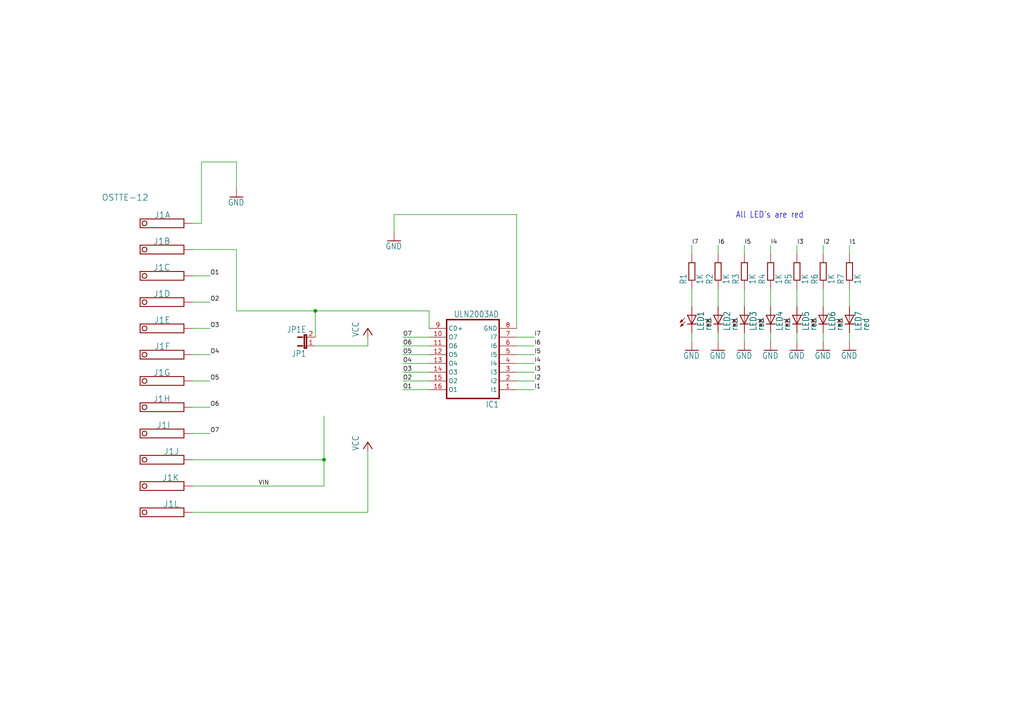
<source format=kicad_sch>
(kicad_sch (version 20230121) (generator eeschema)
  (paper "A4")
  (lib_symbols
    (symbol "paris_relay_rev_C-eagle-import:GND" (power)
      (property "Value" "GND" (at -2.54 -2.54 0))
      (symbol "GND_1_0"
        (polyline (pts (xy -1.905 0) (xy 1.905 0)) (stroke (width 0.254)))
        (pin power_in line (at 0 2.54 270) (length 2.54) (name "GND") (number "1"))
      )
    )
    (symbol "paris_relay_rev_C-eagle-import:JP1E"
      (property "Reference" "JP" (at -1.27 0 90))
      (property "Value" "JP1E" (at 5.715 0 90))
      (symbol "JP1E_1_0"
        (polyline (pts (xy -0.635 0) (xy 3.175 0)) (stroke (width 0.4064)))
        (polyline (pts (xy -0.635 0.635) (xy -0.635 0)) (stroke (width 0.4064)))
        (polyline (pts (xy 0 0) (xy 0 1.27)) (stroke (width 0.1524)))
        (polyline (pts (xy 0 2.54) (xy 0 1.27)) (stroke (width 0.4064)))
        (polyline (pts (xy 2.54 0) (xy 2.54 1.27)) (stroke (width 0.1524)))
        (polyline (pts (xy 2.54 2.54) (xy 2.54 1.27)) (stroke (width 0.4064)))
        (polyline (pts (xy 3.175 0) (xy 3.175 0.635)) (stroke (width 0.4064)))
        (polyline (pts (xy 3.175 0.635) (xy -0.635 0.635)) (stroke (width 0.4064)))
        (pin passive line (at 0 -2.54 90) (length 2.54) (name "1") (number "1"))
        (pin passive line (at 2.54 -2.54 90) (length 2.54) (name "2") (number "2"))
      )
    )
    (symbol "paris_relay_rev_C-eagle-import:LEDCHIP-LED0805"
      (property "Reference" "LED" (at 3.556 -4.572 90))
      (property "Value" "LEDCHIP-LED0805" (at 5.715 -4.572 90))
      (symbol "LEDCHIP-LED0805_1_0"
        (polyline (pts (xy -2.032 -0.762) (xy -3.429 -2.159)) (stroke (width 0.1524)))
        (polyline (pts (xy -1.905 -1.905) (xy -3.302 -3.302)) (stroke (width 0.1524)))
        (polyline (pts (xy 0 -2.54) (xy -1.27 -2.54)) (stroke (width 0.254)))
        (polyline (pts (xy 0 -2.54) (xy -1.27 0)) (stroke (width 0.254)))
        (polyline (pts (xy 0 0) (xy -1.27 0)) (stroke (width 0.254)))
        (polyline (pts (xy 0 0) (xy 0 -2.54)) (stroke (width 0.1524)))
        (polyline (pts (xy 1.27 -2.54) (xy 0 -2.54)) (stroke (width 0.254)))
        (polyline (pts (xy 1.27 0) (xy 0 -2.54)) (stroke (width 0.254)))
        (polyline (pts (xy 1.27 0) (xy 0 0)) (stroke (width 0.254)))
        (polyline (pts (xy -3.429 -2.159) (xy -3.048 -1.27) (xy -2.54 -1.778)) (fill (type outline)))
        (polyline (pts (xy -3.302 -3.302) (xy -2.921 -2.413) (xy -2.413 -2.921)) (fill (type outline)))
        (pin passive line (at 0 2.54 270) (length 2.54) (name "A") (number "A"))
        (pin passive line (at 0 -5.08 90) (length 2.54) (name "C") (number "C"))
      )
    )
    (symbol "paris_relay_rev_C-eagle-import:OSTTE-12"
      (property "Value" "OSTTE-12" (at -5.08 1.651 0))
      (symbol "OSTTE-12_1_0"
        (polyline (pts (xy -5.08 -1.27) (xy -5.08 1.27)) (stroke (width 0.254)))
        (polyline (pts (xy -5.08 1.27) (xy 7.62 1.27)) (stroke (width 0.254)))
        (polyline (pts (xy 7.62 -1.27) (xy -5.08 -1.27)) (stroke (width 0.254)))
        (polyline (pts (xy 7.62 -1.27) (xy 7.62 1.27)) (stroke (width 0.254)))
        (circle (center 6.35 0) (radius 0.6839) (stroke (width 0.254)))
        (pin passive line (at -7.62 0 0) (length 2.54) (name "K") (number "1"))
      )
      (symbol "OSTTE-12_2_0"
        (polyline (pts (xy -5.08 -1.27) (xy -5.08 1.27)) (stroke (width 0.254)))
        (polyline (pts (xy -5.08 1.27) (xy 7.62 1.27)) (stroke (width 0.254)))
        (polyline (pts (xy 7.62 -1.27) (xy -5.08 -1.27)) (stroke (width 0.254)))
        (polyline (pts (xy 7.62 -1.27) (xy 7.62 1.27)) (stroke (width 0.254)))
        (circle (center 6.35 0) (radius 0.6839) (stroke (width 0.254)))
        (pin passive line (at -7.62 0 0) (length 2.54) (name "K") (number "2"))
      )
      (symbol "OSTTE-12_3_0"
        (polyline (pts (xy -5.08 -1.27) (xy -5.08 1.27)) (stroke (width 0.254)))
        (polyline (pts (xy -5.08 1.27) (xy 7.62 1.27)) (stroke (width 0.254)))
        (polyline (pts (xy 7.62 -1.27) (xy -5.08 -1.27)) (stroke (width 0.254)))
        (polyline (pts (xy 7.62 -1.27) (xy 7.62 1.27)) (stroke (width 0.254)))
        (circle (center 6.35 0) (radius 0.6839) (stroke (width 0.254)))
        (pin passive line (at -7.62 0 0) (length 2.54) (name "K") (number "3"))
      )
      (symbol "OSTTE-12_4_0"
        (polyline (pts (xy -5.08 -1.27) (xy -5.08 1.27)) (stroke (width 0.254)))
        (polyline (pts (xy -5.08 1.27) (xy 7.62 1.27)) (stroke (width 0.254)))
        (polyline (pts (xy 7.62 -1.27) (xy -5.08 -1.27)) (stroke (width 0.254)))
        (polyline (pts (xy 7.62 -1.27) (xy 7.62 1.27)) (stroke (width 0.254)))
        (circle (center 6.35 0) (radius 0.6839) (stroke (width 0.254)))
        (pin passive line (at -7.62 0 0) (length 2.54) (name "K") (number "4"))
      )
      (symbol "OSTTE-12_5_0"
        (polyline (pts (xy -5.08 -1.27) (xy -5.08 1.27)) (stroke (width 0.254)))
        (polyline (pts (xy -5.08 1.27) (xy 7.62 1.27)) (stroke (width 0.254)))
        (polyline (pts (xy 7.62 -1.27) (xy -5.08 -1.27)) (stroke (width 0.254)))
        (polyline (pts (xy 7.62 -1.27) (xy 7.62 1.27)) (stroke (width 0.254)))
        (circle (center 6.35 0) (radius 0.6839) (stroke (width 0.254)))
        (pin passive line (at -7.62 0 0) (length 2.54) (name "K") (number "5"))
      )
      (symbol "OSTTE-12_6_0"
        (polyline (pts (xy -5.08 -1.27) (xy -5.08 1.27)) (stroke (width 0.254)))
        (polyline (pts (xy -5.08 1.27) (xy 7.62 1.27)) (stroke (width 0.254)))
        (polyline (pts (xy 7.62 -1.27) (xy -5.08 -1.27)) (stroke (width 0.254)))
        (polyline (pts (xy 7.62 -1.27) (xy 7.62 1.27)) (stroke (width 0.254)))
        (circle (center 6.35 0) (radius 0.6839) (stroke (width 0.254)))
        (pin passive line (at -7.62 0 0) (length 2.54) (name "K") (number "6"))
      )
      (symbol "OSTTE-12_7_0"
        (polyline (pts (xy -5.08 -1.27) (xy -5.08 1.27)) (stroke (width 0.254)))
        (polyline (pts (xy -5.08 1.27) (xy 7.62 1.27)) (stroke (width 0.254)))
        (polyline (pts (xy 7.62 -1.27) (xy -5.08 -1.27)) (stroke (width 0.254)))
        (polyline (pts (xy 7.62 -1.27) (xy 7.62 1.27)) (stroke (width 0.254)))
        (circle (center 6.35 0) (radius 0.6839) (stroke (width 0.254)))
        (pin passive line (at -7.62 0 0) (length 2.54) (name "K") (number "7"))
      )
      (symbol "OSTTE-12_8_0"
        (polyline (pts (xy -5.08 -1.27) (xy -5.08 1.27)) (stroke (width 0.254)))
        (polyline (pts (xy -5.08 1.27) (xy 7.62 1.27)) (stroke (width 0.254)))
        (polyline (pts (xy 7.62 -1.27) (xy -5.08 -1.27)) (stroke (width 0.254)))
        (polyline (pts (xy 7.62 -1.27) (xy 7.62 1.27)) (stroke (width 0.254)))
        (circle (center 6.35 0) (radius 0.6839) (stroke (width 0.254)))
        (pin passive line (at -7.62 0 0) (length 2.54) (name "K") (number "8"))
      )
      (symbol "OSTTE-12_9_0"
        (polyline (pts (xy -5.08 -1.27) (xy -5.08 1.27)) (stroke (width 0.254)))
        (polyline (pts (xy -5.08 1.27) (xy 7.62 1.27)) (stroke (width 0.254)))
        (polyline (pts (xy 7.62 -1.27) (xy -5.08 -1.27)) (stroke (width 0.254)))
        (polyline (pts (xy 7.62 -1.27) (xy 7.62 1.27)) (stroke (width 0.254)))
        (circle (center 6.35 0) (radius 0.6839) (stroke (width 0.254)))
        (pin passive line (at -7.62 0 0) (length 2.54) (name "K") (number "9"))
      )
      (symbol "OSTTE-12_10_0"
        (polyline (pts (xy -5.08 -1.27) (xy -5.08 1.27)) (stroke (width 0.254)))
        (polyline (pts (xy -5.08 1.27) (xy 7.62 1.27)) (stroke (width 0.254)))
        (polyline (pts (xy 7.62 -1.27) (xy -5.08 -1.27)) (stroke (width 0.254)))
        (polyline (pts (xy 7.62 -1.27) (xy 7.62 1.27)) (stroke (width 0.254)))
        (circle (center 6.35 0) (radius 0.6839) (stroke (width 0.254)))
        (pin passive line (at -7.62 0 0) (length 2.54) (name "K") (number "10"))
      )
      (symbol "OSTTE-12_11_0"
        (polyline (pts (xy -5.08 -1.27) (xy -5.08 1.27)) (stroke (width 0.254)))
        (polyline (pts (xy -5.08 1.27) (xy 7.62 1.27)) (stroke (width 0.254)))
        (polyline (pts (xy 7.62 -1.27) (xy -5.08 -1.27)) (stroke (width 0.254)))
        (polyline (pts (xy 7.62 -1.27) (xy 7.62 1.27)) (stroke (width 0.254)))
        (circle (center 6.35 0) (radius 0.6839) (stroke (width 0.254)))
        (pin passive line (at -7.62 0 0) (length 2.54) (name "K") (number "11"))
      )
      (symbol "OSTTE-12_12_0"
        (polyline (pts (xy -5.08 -1.27) (xy -5.08 1.27)) (stroke (width 0.254)))
        (polyline (pts (xy -5.08 1.27) (xy 7.62 1.27)) (stroke (width 0.254)))
        (polyline (pts (xy 7.62 -1.27) (xy -5.08 -1.27)) (stroke (width 0.254)))
        (polyline (pts (xy 7.62 -1.27) (xy 7.62 1.27)) (stroke (width 0.254)))
        (circle (center 6.35 0) (radius 0.6839) (stroke (width 0.254)))
        (pin passive line (at -7.62 0 0) (length 2.54) (name "K") (number "12"))
      )
    )
    (symbol "paris_relay_rev_C-eagle-import:R-EU_R0805"
      (property "Reference" "R" (at -3.81 1.4986 0))
      (property "Value" "R-EU_R0805" (at -3.81 -3.302 0))
      (symbol "R-EU_R0805_1_0"
        (polyline (pts (xy -2.54 -0.889) (xy -2.54 0.889)) (stroke (width 0.254)))
        (polyline (pts (xy -2.54 -0.889) (xy 2.54 -0.889)) (stroke (width 0.254)))
        (polyline (pts (xy 2.54 -0.889) (xy 2.54 0.889)) (stroke (width 0.254)))
        (polyline (pts (xy 2.54 0.889) (xy -2.54 0.889)) (stroke (width 0.254)))
        (pin passive line (at -5.08 0 0) (length 2.54) (name "1") (number "1"))
        (pin passive line (at 5.08 0 180) (length 2.54) (name "2") (number "2"))
      )
    )
    (symbol "paris_relay_rev_C-eagle-import:ULN2003AD"
      (property "Reference" "IC" (at -7.62 10.922 0))
      (property "Value" "ULN2003AD" (at -7.62 -15.24 0))
      (symbol "ULN2003AD_1_0"
        (polyline (pts (xy -7.62 10.16) (xy -7.62 -12.7)) (stroke (width 0.4064)))
        (polyline (pts (xy -7.62 10.16) (xy 7.62 10.16)) (stroke (width 0.4064)))
        (polyline (pts (xy 7.62 -12.7) (xy -7.62 -12.7)) (stroke (width 0.4064)))
        (polyline (pts (xy 7.62 -12.7) (xy 7.62 10.16)) (stroke (width 0.4064)))
        (pin input line (at -12.7 7.62 0) (length 5.08) (name "I1") (number "1"))
        (pin open_collector line (at 12.7 -7.62 180) (length 5.08) (name "O7") (number "10"))
        (pin open_collector line (at 12.7 -5.08 180) (length 5.08) (name "O6") (number "11"))
        (pin open_collector line (at 12.7 -2.54 180) (length 5.08) (name "O5") (number "12"))
        (pin open_collector line (at 12.7 0 180) (length 5.08) (name "O4") (number "13"))
        (pin open_collector line (at 12.7 2.54 180) (length 5.08) (name "O3") (number "14"))
        (pin open_collector line (at 12.7 5.08 180) (length 5.08) (name "O2") (number "15"))
        (pin open_collector line (at 12.7 7.62 180) (length 5.08) (name "O1") (number "16"))
        (pin input line (at -12.7 5.08 0) (length 5.08) (name "I2") (number "2"))
        (pin input line (at -12.7 2.54 0) (length 5.08) (name "I3") (number "3"))
        (pin input line (at -12.7 0 0) (length 5.08) (name "I4") (number "4"))
        (pin input line (at -12.7 -2.54 0) (length 5.08) (name "I5") (number "5"))
        (pin input line (at -12.7 -5.08 0) (length 5.08) (name "I6") (number "6"))
        (pin input line (at -12.7 -7.62 0) (length 5.08) (name "I7") (number "7"))
        (pin power_in line (at -12.7 -10.16 0) (length 5.08) (name "GND") (number "8"))
        (pin passive line (at 12.7 -10.16 180) (length 5.08) (name "CD+") (number "9"))
      )
    )
    (symbol "paris_relay_rev_C-eagle-import:VCC" (power)
      (property "Value" "VCC" (at -2.54 -2.54 90))
      (symbol "VCC_1_0"
        (polyline (pts (xy 0 0) (xy -1.27 -1.905)) (stroke (width 0.254)))
        (polyline (pts (xy 1.27 -1.905) (xy 0 0)) (stroke (width 0.254)))
        (pin power_in line (at 0 -2.54 90) (length 2.54) (name "VCC") (number "1"))
      )
    )
  )
  (junction (at 93.98 133.35))
  (junction (at 91.44 90.17))
  (wire (pts (xy 55.88 133.35) (xy 93.98 133.35)))
  (wire (pts (xy 114.3 62.23) (xy 114.3 67.31)))
  (wire (pts (xy 200.66 88.9) (xy 200.66 83.82)))
  (wire (pts (xy 124.46 100.33) (xy 116.84 100.33)))
  (wire (pts (xy 124.46 95.25) (xy 124.46 90.17)))
  (wire (pts (xy 91.44 97.79) (xy 91.44 90.17)))
  (wire (pts (xy 124.46 97.79) (xy 116.84 97.79)))
  (wire (pts (xy 215.9 73.66) (xy 215.9 71.12)))
  (wire (pts (xy 223.52 73.66) (xy 223.52 71.12)))
  (wire (pts (xy 124.46 107.95) (xy 116.84 107.95)))
  (wire (pts (xy 91.44 90.17) (xy 68.58 90.17)))
  (wire (pts (xy 238.76 88.9) (xy 238.76 83.82)))
  (wire (pts (xy 208.28 88.9) (xy 208.28 83.82)))
  (wire (pts (xy 55.88 118.11) (xy 60.96 118.11)))
  (wire (pts (xy 55.88 148.59) (xy 106.68 148.59)))
  (wire (pts (xy 55.88 140.97) (xy 93.98 140.97)))
  (wire (pts (xy 200.66 96.52) (xy 200.66 99.06)))
  (wire (pts (xy 124.46 90.17) (xy 91.44 90.17)))
  (wire (pts (xy 55.88 95.25) (xy 60.96 95.25)))
  (wire (pts (xy 68.58 90.17) (xy 68.58 72.39)))
  (wire (pts (xy 149.86 95.25) (xy 149.86 62.23)))
  (wire (pts (xy 215.9 96.52) (xy 215.9 99.06)))
  (wire (pts (xy 208.28 96.52) (xy 208.28 99.06)))
  (wire (pts (xy 149.86 102.87) (xy 154.94 102.87)))
  (wire (pts (xy 231.14 88.9) (xy 231.14 83.82)))
  (wire (pts (xy 93.98 133.35) (xy 93.98 120.65)))
  (wire (pts (xy 231.14 96.52) (xy 231.14 99.06)))
  (wire (pts (xy 55.88 125.73) (xy 60.96 125.73)))
  (wire (pts (xy 246.38 96.52) (xy 246.38 99.06)))
  (wire (pts (xy 208.28 73.66) (xy 208.28 71.12)))
  (wire (pts (xy 246.38 73.66) (xy 246.38 71.12)))
  (wire (pts (xy 223.52 96.52) (xy 223.52 99.06)))
  (wire (pts (xy 149.86 113.03) (xy 154.94 113.03)))
  (wire (pts (xy 55.88 80.01) (xy 60.96 80.01)))
  (wire (pts (xy 231.14 73.66) (xy 231.14 71.12)))
  (wire (pts (xy 55.88 87.63) (xy 60.96 87.63)))
  (wire (pts (xy 124.46 110.49) (xy 116.84 110.49)))
  (wire (pts (xy 124.46 113.03) (xy 116.84 113.03)))
  (wire (pts (xy 58.42 46.99) (xy 68.58 46.99)))
  (wire (pts (xy 149.86 97.79) (xy 154.94 97.79)))
  (wire (pts (xy 149.86 62.23) (xy 114.3 62.23)))
  (wire (pts (xy 223.52 88.9) (xy 223.52 83.82)))
  (wire (pts (xy 149.86 100.33) (xy 154.94 100.33)))
  (wire (pts (xy 246.38 88.9) (xy 246.38 83.82)))
  (wire (pts (xy 55.88 110.49) (xy 60.96 110.49)))
  (wire (pts (xy 149.86 105.41) (xy 154.94 105.41)))
  (wire (pts (xy 93.98 140.97) (xy 93.98 133.35)))
  (wire (pts (xy 200.66 73.66) (xy 200.66 71.12)))
  (wire (pts (xy 124.46 105.41) (xy 116.84 105.41)))
  (wire (pts (xy 149.86 107.95) (xy 154.94 107.95)))
  (wire (pts (xy 124.46 102.87) (xy 116.84 102.87)))
  (wire (pts (xy 106.68 100.33) (xy 106.68 97.79)))
  (wire (pts (xy 58.42 64.77) (xy 58.42 46.99)))
  (wire (pts (xy 238.76 96.52) (xy 238.76 99.06)))
  (wire (pts (xy 215.9 88.9) (xy 215.9 83.82)))
  (wire (pts (xy 106.68 148.59) (xy 106.68 130.81)))
  (wire (pts (xy 55.88 102.87) (xy 60.96 102.87)))
  (wire (pts (xy 55.88 64.77) (xy 58.42 64.77)))
  (wire (pts (xy 238.76 73.66) (xy 238.76 71.12)))
  (wire (pts (xy 55.88 72.39) (xy 68.58 72.39)))
  (wire (pts (xy 91.44 100.33) (xy 106.68 100.33)))
  (wire (pts (xy 68.58 46.99) (xy 68.58 54.61)))
  (wire (pts (xy 149.86 110.49) (xy 154.94 110.49)))
  (text "All LED's are red" (at 213.36 63.5 0) (effects (font (size 1.778 1.5113)) (justify left bottom)))
  (label "I7" (at 200.66 71.12 0) (effects (font (size 1.2446 1.2446))))
  (label "I6" (at 154.94 100.33 0) (effects (font (size 1.2446 1.2446))))
  (label "O6" (at 60.96 118.11 0) (effects (font (size 1.2446 1.2446))))
  (label "O2" (at 60.96 87.63 0) (effects (font (size 1.2446 1.2446))))
  (label "O5" (at 116.84 102.87 0) (effects (font (size 1.2446 1.2446))))
  (label "I3" (at 154.94 107.95 0) (effects (font (size 1.2446 1.2446))))
  (label "O5" (at 60.96 110.49 0) (effects (font (size 1.2446 1.2446))))
  (label "O2" (at 116.84 110.49 0) (effects (font (size 1.2446 1.2446))))
  (label "I4" (at 154.94 105.41 0) (effects (font (size 1.2446 1.2446))))
  (label "I2" (at 154.94 110.49 0) (effects (font (size 1.2446 1.2446))))
  (label "VIN" (at 74.93 140.97 0) (effects (font (size 1.2446 1.2446))))
  (label "O7" (at 116.84 97.79 0) (effects (font (size 1.2446 1.2446))))
  (label "O1" (at 116.84 113.03 0) (effects (font (size 1.2446 1.2446))))
  (label "I1" (at 154.94 113.03 0) (effects (font (size 1.2446 1.2446))))
  (label "O6" (at 116.84 100.33 0) (effects (font (size 1.2446 1.2446))))
  (label "O4" (at 116.84 105.41 0) (effects (font (size 1.2446 1.2446))))
  (label "O7" (at 60.96 125.73 0) (effects (font (size 1.2446 1.2446))))
  (label "I5" (at 215.9 71.12 0) (effects (font (size 1.2446 1.2446))))
  (label "I1" (at 246.38 71.12 0) (effects (font (size 1.2446 1.2446))))
  (label "I2" (at 238.76 71.12 0) (effects (font (size 1.2446 1.2446))))
  (label "I5" (at 154.94 102.87 0) (effects (font (size 1.2446 1.2446))))
  (label "I3" (at 231.14 71.12 0) (effects (font (size 1.2446 1.2446))))
  (label "O3" (at 60.96 95.25 0) (effects (font (size 1.2446 1.2446))))
  (label "I6" (at 208.28 71.12 0) (effects (font (size 1.2446 1.2446))))
  (label "O4" (at 60.96 102.87 0) (effects (font (size 1.2446 1.2446))))
  (label "O1" (at 60.96 80.01 0) (effects (font (size 1.2446 1.2446))))
  (label "I7" (at 154.94 97.79 0) (effects (font (size 1.2446 1.2446))))
  (label "I4" (at 223.52 71.12 0) (effects (font (size 1.2446 1.2446))))
  (label "O3" (at 116.84 107.95 0) (effects (font (size 1.2446 1.2446))))
  (symbol (lib_id "paris_relay_rev_C-eagle-import:R-EU_R0805") (at 223.52 78.74 90) (unit 1)
    (property "Reference" "R4" (at 222.0214 82.55 0) (effects (font (size 1.778 1.5113)) (justify left bottom)))
    (property "Value" "1K" (at 226.822 82.55 0) (effects (font (size 1.778 1.5113)) (justify left bottom)))
    (property "Footprint" "paris_relay_rev_C:R0805" (effects hide))
    (instances (project "paris" (path "" (reference "R4") (unit 1)) (path "" (reference "R4") (unit 1))) (project "paris_relay_rev_C" (path "" (reference "R7") (unit 1))))
  )
  (symbol (lib_id "paris_relay_rev_C-eagle-import:ULN2003AD") (at 137.16 105.41 180) (unit 1)
    (property "Reference" "IC1" (at 144.78 116.332 0) (effects (font (size 1.778 1.5113)) (justify left bottom)))
    (property "Value" "ULN2003AD" (at 144.78 90.17 0) (effects (font (size 1.778 1.5113)) (justify left bottom)))
    (property "Footprint" "Package_SO:SO-16_5.3x10.2mm_P1.27mm" (effects hide))
    (instances (project "paris" (path "" (reference "IC1") (unit 1)) (path "" (reference "IC1") (unit 1))) (project "paris_relay_rev_C" (path "" (reference "IC2") (unit 1))))
  )
  (symbol (lib_id "paris_relay_rev_C-eagle-import:GND") (at 208.28 101.6 0) (unit 1)
    (property "Reference" "#GND04" (effects hide))
    (property "Value" "GND" (at 205.74 104.14 0) (effects (font (size 1.778 1.5113)) (justify left bottom)))
    (property "Footprint" "paris_relay_rev_C:" (effects hide))
    (instances (project "paris" (path "" (reference "#GND04") (unit 1)) (path "" (reference "#GND04") (unit 1))) (project "paris_relay_rev_C" (path "" (reference "#GND24") (unit 1))))
  )
  (symbol (lib_id "paris_relay_rev_C-eagle-import:OSTTE-12") (at 48.26 87.63 180) (unit 4)
    (property "Reference" "J1" (at 49.53 84.201 0) (effects (font (size 1.778 1.778)) (justify left bottom)))
    (property "Value" "OSTTE-12" (effects hide))
    (property "Footprint" "paris_relay_rev_C:PINHEAD-12" (effects hide))
  )
  (symbol (lib_id "paris_relay_rev_C-eagle-import:LEDCHIP-LED0805") (at 208.28 91.44 0) (unit 1)
    (property "Reference" "LED2" (at 211.836 96.012 90) (effects (font (size 1.778 1.5113)) (justify left bottom)))
    (property "Value" "red" (at 213.995 96.012 90) (effects (font (size 1.778 1.5113)) (justify left bottom)))
    (property "Footprint" "paris_relay_rev_C:CHIP-LED0805" (effects hide))
    (instances (project "paris" (path "" (reference "LED2") (unit 1)) (path "" (reference "LED2") (unit 1))) (project "paris_relay_rev_C" (path "" (reference "LED7") (unit 1))))
  )
  (symbol (lib_id "paris_relay_rev_C-eagle-import:R-EU_R0805") (at 238.76 78.74 90) (unit 1)
    (property "Reference" "R6" (at 237.2614 82.55 0) (effects (font (size 1.778 1.5113)) (justify left bottom)))
    (property "Value" "1K" (at 242.062 82.55 0) (effects (font (size 1.778 1.5113)) (justify left bottom)))
    (property "Footprint" "paris_relay_rev_C:R0805" (effects hide))
    (instances (project "paris" (path "" (reference "R6") (unit 1)) (path "" (reference "R6") (unit 1))) (project "paris_relay_rev_C" (path "" (reference "R5") (unit 1))))
  )
  (symbol (lib_id "paris_relay_rev_C-eagle-import:OSTTE-12") (at 48.26 140.97 180) (unit 11)
    (property "Reference" "J1" (at 52.07 137.541 0) (effects (font (size 1.778 1.778)) (justify left bottom)))
    (property "Value" "OSTTE-12" (effects hide))
    (property "Footprint" "paris_relay_rev_C:PINHEAD-12" (effects hide))
  )
  (symbol (lib_id "paris_relay_rev_C-eagle-import:R-EU_R0805") (at 246.38 78.74 90) (unit 1)
    (property "Reference" "R7" (at 244.8814 82.55 0) (effects (font (size 1.778 1.5113)) (justify left bottom)))
    (property "Value" "1K" (at 249.682 82.55 0) (effects (font (size 1.778 1.5113)) (justify left bottom)))
    (property "Footprint" "paris_relay_rev_C:R0805" (effects hide))
    (instances (project "paris" (path "" (reference "R7") (unit 1)) (path "" (reference "R7") (unit 1))) (project "paris_relay_rev_C" (path "" (reference "R1") (unit 1))))
  )
  (symbol (lib_id "paris_relay_rev_C-eagle-import:OSTTE-12") (at 48.26 133.35 180) (unit 10)
    (property "Reference" "J1" (at 52.07 129.921 0) (effects (font (size 1.778 1.778)) (justify left bottom)))
    (property "Value" "OSTTE-12" (effects hide))
    (property "Footprint" "paris_relay_rev_C:PINHEAD-12" (effects hide))
  )
  (symbol (lib_id "paris_relay_rev_C-eagle-import:GND") (at 231.14 101.6 0) (unit 1)
    (property "Reference" "#GND07" (effects hide))
    (property "Value" "GND" (at 228.6 104.14 0) (effects (font (size 1.778 1.5113)) (justify left bottom)))
    (property "Footprint" "paris_relay_rev_C:" (effects hide))
    (instances (project "paris" (path "" (reference "#GND07") (unit 1)) (path "" (reference "#GND07") (unit 1))) (project "paris_relay_rev_C" (path "" (reference "#GND21") (unit 1))))
  )
  (symbol (lib_id "paris_relay_rev_C-eagle-import:OSTTE-12") (at 48.26 110.49 180) (unit 7)
    (property "Reference" "J1" (at 49.53 107.061 0) (effects (font (size 1.778 1.778)) (justify left bottom)))
    (property "Value" "OSTTE-12" (effects hide))
    (property "Footprint" "paris_relay_rev_C:PINHEAD-12" (effects hide))
  )
  (symbol (lib_id "paris_relay_rev_C-eagle-import:R-EU_R0805") (at 200.66 78.74 90) (unit 1)
    (property "Reference" "R1" (at 199.1614 82.55 0) (effects (font (size 1.778 1.5113)) (justify left bottom)))
    (property "Value" "1K" (at 203.962 82.55 0) (effects (font (size 1.778 1.5113)) (justify left bottom)))
    (property "Footprint" "paris_relay_rev_C:R0805" (effects hide))
    (instances (project "paris" (path "" (reference "R1") (unit 1)) (path "" (reference "R1") (unit 1))) (project "paris_relay_rev_C" (path "" (reference "R10") (unit 1))))
  )
  (symbol (lib_id "paris_relay_rev_C-eagle-import:GND") (at 114.3 69.85 0) (unit 1)
    (property "Reference" "#GND02" (effects hide))
    (property "Value" "GND" (at 111.76 72.39 0) (effects (font (size 1.778 1.5113)) (justify left bottom)))
    (property "Footprint" "paris_relay_rev_C:" (effects hide))
    (instances (project "paris" (path "" (reference "#GND02") (unit 1)) (path "" (reference "#GND02") (unit 1))) (project "paris_relay_rev_C" (path "" (reference "#GND18") (unit 1))))
  )
  (symbol (lib_id "paris_relay_rev_C-eagle-import:LEDCHIP-LED0805") (at 200.66 91.44 0) (unit 1)
    (property "Reference" "LED1" (at 204.216 96.012 90) (effects (font (size 1.778 1.5113)) (justify left bottom)))
    (property "Value" "red" (at 206.375 96.012 90) (effects (font (size 1.778 1.5113)) (justify left bottom)))
    (property "Footprint" "paris_relay_rev_C:CHIP-LED0805" (effects hide))
    (instances (project "paris" (path "" (reference "LED1") (unit 1)) (path "" (reference "LED1") (unit 1))) (project "paris_relay_rev_C" (path "" (reference "LED8") (unit 1))))
  )
  (symbol (lib_id "paris_relay_rev_C-eagle-import:LEDCHIP-LED0805") (at 215.9 91.44 0) (unit 1)
    (property "Reference" "LED3" (at 219.456 96.012 90) (effects (font (size 1.778 1.5113)) (justify left bottom)))
    (property "Value" "red" (at 221.615 96.012 90) (effects (font (size 1.778 1.5113)) (justify left bottom)))
    (property "Footprint" "paris_relay_rev_C:CHIP-LED0805" (effects hide))
    (instances (project "paris" (path "" (reference "LED3") (unit 1)) (path "" (reference "LED3") (unit 1))) (project "paris_relay_rev_C" (path "" (reference "LED6") (unit 1))))
  )
  (symbol (lib_id "paris_relay_rev_C-eagle-import:GND") (at 200.66 101.6 0) (unit 1)
    (property "Reference" "#GND03" (effects hide))
    (property "Value" "GND" (at 198.12 104.14 0) (effects (font (size 1.778 1.5113)) (justify left bottom)))
    (property "Footprint" "paris_relay_rev_C:" (effects hide))
    (instances (project "paris" (path "" (reference "#GND03") (unit 1)) (path "" (reference "#GND03") (unit 1))) (project "paris_relay_rev_C" (path "" (reference "#GND25") (unit 1))))
  )
  (symbol (lib_id "paris_relay_rev_C-eagle-import:OSTTE-12") (at 48.26 148.59 180) (unit 12)
    (property "Reference" "J1" (at 52.07 145.161 0) (effects (font (size 1.778 1.778)) (justify left bottom)))
    (property "Value" "OSTTE-12" (effects hide))
    (property "Footprint" "paris_relay_rev_C:PINHEAD-12" (effects hide))
  )
  (symbol (lib_id "paris_relay_rev_C-eagle-import:OSTTE-12") (at 48.26 102.87 180) (unit 6)
    (property "Reference" "J1" (at 49.53 99.441 0) (effects (font (size 1.778 1.778)) (justify left bottom)))
    (property "Value" "OSTTE-12" (effects hide))
    (property "Footprint" "paris_relay_rev_C:PINHEAD-12" (effects hide))
  )
  (symbol (lib_id "paris_relay_rev_C-eagle-import:LEDCHIP-LED0805") (at 246.38 91.44 0) (unit 1)
    (property "Reference" "LED7" (at 249.936 96.012 90) (effects (font (size 1.778 1.5113)) (justify left bottom)))
    (property "Value" "red" (at 252.095 96.012 90) (effects (font (size 1.778 1.5113)) (justify left bottom)))
    (property "Footprint" "paris_relay_rev_C:CHIP-LED0805" (effects hide))
    (instances (project "paris" (path "" (reference "LED7") (unit 1)) (path "" (reference "LED7") (unit 1))) (project "paris_relay_rev_C" (path "" (reference "LED2") (unit 1))))
  )
  (symbol (lib_id "paris_relay_rev_C-eagle-import:GND") (at 215.9 101.6 0) (unit 1)
    (property "Reference" "#GND05" (effects hide))
    (property "Value" "GND" (at 213.36 104.14 0) (effects (font (size 1.778 1.5113)) (justify left bottom)))
    (property "Footprint" "paris_relay_rev_C:" (effects hide))
    (instances (project "paris" (path "" (reference "#GND05") (unit 1)) (path "" (reference "#GND05") (unit 1))) (project "paris_relay_rev_C" (path "" (reference "#GND23") (unit 1))))
  )
  (symbol (lib_id "paris_relay_rev_C-eagle-import:OSTTE-12") (at 48.26 80.01 180) (unit 3)
    (property "Reference" "J1" (at 49.53 76.581 0) (effects (font (size 1.778 1.778)) (justify left bottom)))
    (property "Value" "OSTTE-12" (effects hide))
    (property "Footprint" "paris_relay_rev_C:PINHEAD-12" (effects hide))
  )
  (symbol (lib_id "paris_relay_rev_C-eagle-import:GND") (at 68.58 57.15 0) (unit 1)
    (property "Reference" "#GND01" (effects hide))
    (property "Value" "GND" (at 66.04 59.69 0) (effects (font (size 1.778 1.5113)) (justify left bottom)))
    (property "Footprint" "paris_relay_rev_C:" (effects hide))
    (instances (project "paris" (path "" (reference "#GND01") (unit 1)) (path "" (reference "#GND01") (unit 1))) (project "paris_relay_rev_C" (path "" (reference "#GND17") (unit 1))))
  )
  (symbol (lib_id "paris_relay_rev_C-eagle-import:LEDCHIP-LED0805") (at 238.76 91.44 0) (unit 1)
    (property "Reference" "LED6" (at 242.316 96.012 90) (effects (font (size 1.778 1.5113)) (justify left bottom)))
    (property "Value" "red" (at 244.475 96.012 90) (effects (font (size 1.778 1.5113)) (justify left bottom)))
    (property "Footprint" "paris_relay_rev_C:CHIP-LED0805" (effects hide))
    (instances (project "paris" (path "" (reference "LED6") (unit 1)) (path "" (reference "LED6") (unit 1))) (project "paris_relay_rev_C" (path "" (reference "LED3") (unit 1))))
  )
  (symbol (lib_id "paris_relay_rev_C-eagle-import:VCC") (at 106.68 128.27 0) (unit 1)
    (property "Reference" "#P+02" (effects hide))
    (property "Value" "VCC" (at 104.14 130.81 90) (effects (font (size 1.778 1.5113)) (justify left bottom)))
    (property "Footprint" "paris_relay_rev_C:" (effects hide))
    (instances (project "paris" (path "" (reference "#P+02") (unit 1)) (path "" (reference "#P+02") (unit 1))) (project "paris_relay_rev_C" (path "" (reference "#P+5") (unit 1))))
  )
  (symbol (lib_id "paris_relay_rev_C-eagle-import:OSTTE-12") (at 48.26 95.25 180) (unit 5)
    (property "Reference" "J1" (at 49.53 91.821 0) (effects (font (size 1.778 1.778)) (justify left bottom)))
    (property "Value" "OSTTE-12" (effects hide))
    (property "Footprint" "paris_relay_rev_C:PINHEAD-12" (effects hide))
  )
  (symbol (lib_id "paris_relay_rev_C-eagle-import:OSTTE-12") (at 48.26 118.11 180) (unit 8)
    (property "Reference" "J1" (at 49.53 114.681 0) (effects (font (size 1.778 1.778)) (justify left bottom)))
    (property "Value" "OSTTE-12" (effects hide))
    (property "Footprint" "paris_relay_rev_C:PINHEAD-12" (effects hide))
  )
  (symbol (lib_id "paris_relay_rev_C-eagle-import:JP1E") (at 88.9 100.33 90) (unit 1)
    (property "Reference" "JP1" (at 88.9 101.6 90) (effects (font (size 1.778 1.5113)) (justify left bottom)))
    (property "Value" "JP1E" (at 88.9 94.615 90) (effects (font (size 1.778 1.5113)) (justify left bottom)))
    (property "Footprint" "paris_relay_rev_C:JP1" (effects hide))
  )
  (symbol (lib_id "paris_relay_rev_C-eagle-import:GND") (at 238.76 101.6 0) (unit 1)
    (property "Reference" "#GND08" (effects hide))
    (property "Value" "GND" (at 236.22 104.14 0) (effects (font (size 1.778 1.5113)) (justify left bottom)))
    (property "Footprint" "paris_relay_rev_C:" (effects hide))
    (instances (project "paris" (path "" (reference "#GND08") (unit 1)) (path "" (reference "#GND08") (unit 1))) (project "paris_relay_rev_C" (path "" (reference "#GND19") (unit 1))))
  )
  (symbol (lib_id "paris_relay_rev_C-eagle-import:OSTTE-12") (at 48.26 125.73 180) (unit 9)
    (property "Reference" "J1" (at 49.53 122.301 0) (effects (font (size 1.778 1.778)) (justify left bottom)))
    (property "Value" "OSTTE-12" (effects hide))
    (property "Footprint" "paris_relay_rev_C:PINHEAD-12" (effects hide))
  )
  (symbol (lib_id "paris_relay_rev_C-eagle-import:R-EU_R0805") (at 215.9 78.74 90) (unit 1)
    (property "Reference" "R3" (at 214.4014 82.55 0) (effects (font (size 1.778 1.5113)) (justify left bottom)))
    (property "Value" "1K" (at 219.202 82.55 0) (effects (font (size 1.778 1.5113)) (justify left bottom)))
    (property "Footprint" "paris_relay_rev_C:R0805" (effects hide))
    (instances (project "paris" (path "" (reference "R3") (unit 1)) (path "" (reference "R3") (unit 1))) (project "paris_relay_rev_C" (path "" (reference "R8") (unit 1))))
  )
  (symbol (lib_id "paris_relay_rev_C-eagle-import:R-EU_R0805") (at 208.28 78.74 90) (unit 1)
    (property "Reference" "R2" (at 206.7814 82.55 0) (effects (font (size 1.778 1.5113)) (justify left bottom)))
    (property "Value" "1K" (at 211.582 82.55 0) (effects (font (size 1.778 1.5113)) (justify left bottom)))
    (property "Footprint" "paris_relay_rev_C:R0805" (effects hide))
    (instances (project "paris" (path "" (reference "R2") (unit 1)) (path "" (reference "R2") (unit 1))) (project "paris_relay_rev_C" (path "" (reference "R9") (unit 1))))
  )
  (symbol (lib_id "paris_relay_rev_C-eagle-import:R-EU_R0805") (at 231.14 78.74 90) (unit 1)
    (property "Reference" "R5" (at 229.6414 82.55 0) (effects (font (size 1.778 1.5113)) (justify left bottom)))
    (property "Value" "1K" (at 234.442 82.55 0) (effects (font (size 1.778 1.5113)) (justify left bottom)))
    (property "Footprint" "paris_relay_rev_C:R0805" (effects hide))
    (instances (project "paris" (path "" (reference "R5") (unit 1)) (path "" (reference "R5") (unit 1))) (project "paris_relay_rev_C" (path "" (reference "R6") (unit 1))))
  )
  (symbol (lib_id "paris_relay_rev_C-eagle-import:GND") (at 246.38 101.6 0) (unit 1)
    (property "Reference" "#GND09" (effects hide))
    (property "Value" "GND" (at 243.84 104.14 0) (effects (font (size 1.778 1.5113)) (justify left bottom)))
    (property "Footprint" "paris_relay_rev_C:" (effects hide))
    (instances (project "paris" (path "" (reference "#GND09") (unit 1)) (path "" (reference "#GND09") (unit 1))) (project "paris_relay_rev_C" (path "" (reference "#GND2") (unit 1))))
  )
  (symbol (lib_id "paris_relay_rev_C-eagle-import:LEDCHIP-LED0805") (at 223.52 91.44 0) (unit 1)
    (property "Reference" "LED4" (at 227.076 96.012 90) (effects (font (size 1.778 1.5113)) (justify left bottom)))
    (property "Value" "red" (at 229.235 96.012 90) (effects (font (size 1.778 1.5113)) (justify left bottom)))
    (property "Footprint" "paris_relay_rev_C:CHIP-LED0805" (effects hide))
    (instances (project "paris" (path "" (reference "LED4") (unit 1)) (path "" (reference "LED4") (unit 1))) (project "paris_relay_rev_C" (path "" (reference "LED5") (unit 1))))
  )
  (symbol (lib_id "paris_relay_rev_C-eagle-import:LEDCHIP-LED0805") (at 231.14 91.44 0) (unit 1)
    (property "Reference" "LED5" (at 234.696 96.012 90) (effects (font (size 1.778 1.5113)) (justify left bottom)))
    (property "Value" "red" (at 236.855 96.012 90) (effects (font (size 1.778 1.5113)) (justify left bottom)))
    (property "Footprint" "paris_relay_rev_C:CHIP-LED0805" (effects hide))
    (instances (project "paris" (path "" (reference "LED5") (unit 1)) (path "" (reference "LED5") (unit 1))) (project "paris_relay_rev_C" (path "" (reference "LED4") (unit 1))))
  )
  (symbol (lib_id "paris_relay_rev_C-eagle-import:GND") (at 223.52 101.6 0) (unit 1)
    (property "Reference" "#GND06" (effects hide))
    (property "Value" "GND" (at 220.98 104.14 0) (effects (font (size 1.778 1.5113)) (justify left bottom)))
    (property "Footprint" "paris_relay_rev_C:" (effects hide))
    (instances (project "paris" (path "" (reference "#GND06") (unit 1)) (path "" (reference "#GND06") (unit 1))) (project "paris_relay_rev_C" (path "" (reference "#GND22") (unit 1))))
  )
  (symbol (lib_id "paris_relay_rev_C-eagle-import:OSTTE-12") (at 48.26 64.77 180) (unit 1)
    (property "Reference" "J1" (at 49.53 61.341 0) (effects (font (size 1.778 1.778)) (justify left bottom)))
    (property "Value" "OSTTE-12" (at 43.18 56.261 0) (effects (font (size 1.778 1.778)) (justify left bottom)))
    (property "Footprint" "paris_relay_rev_C:PINHEAD-12" (effects hide))
  )
  (symbol (lib_id "paris_relay_rev_C-eagle-import:OSTTE-12") (at 48.26 72.39 180) (unit 2)
    (property "Reference" "J1" (at 49.53 68.961 0) (effects (font (size 1.778 1.778)) (justify left bottom)))
    (property "Value" "OSTTE-12" (effects hide))
    (property "Footprint" "paris_relay_rev_C:PINHEAD-12" (effects hide))
  )
  (symbol (lib_id "paris_relay_rev_C-eagle-import:VCC") (at 106.68 95.25 0) (unit 1)
    (property "Reference" "#P+01" (effects hide))
    (property "Value" "VCC" (at 104.14 97.79 90) (effects (font (size 1.778 1.5113)) (justify left bottom)))
    (property "Footprint" "paris_relay_rev_C:" (effects hide))
    (instances (project "paris" (path "" (reference "#P+01") (unit 1)) (path "" (reference "#P+01") (unit 1))) (project "paris_relay_rev_C" (path "" (reference "#P+2") (unit 1))))
  )
)
</source>
